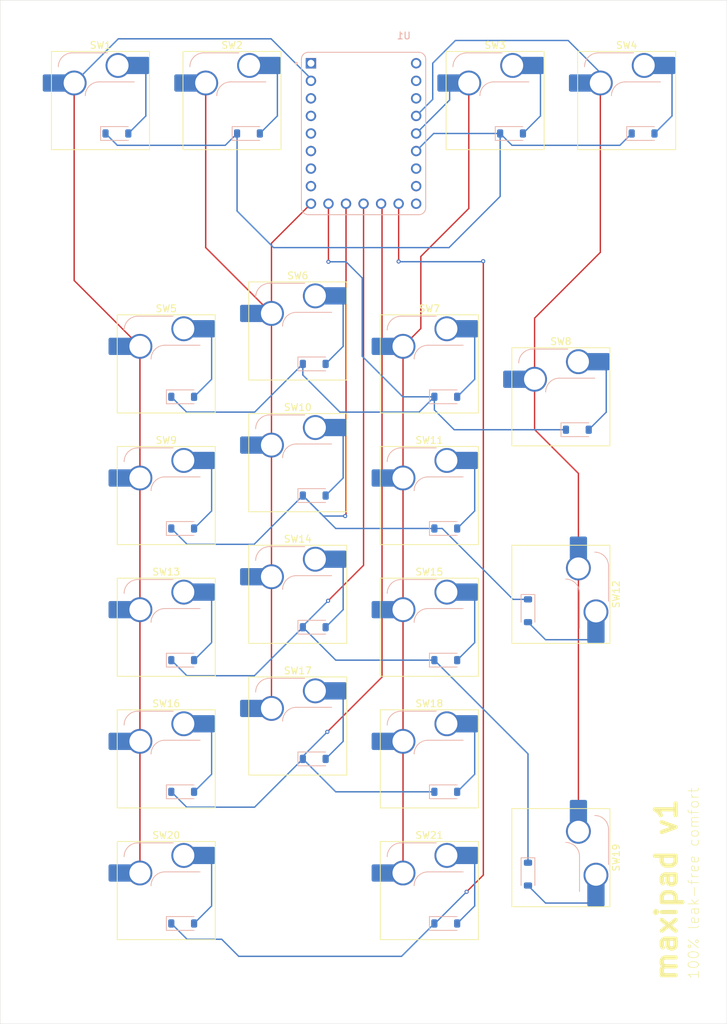
<source format=kicad_pcb>
(kicad_pcb (version 20240108) (generator "pcbnew") (generator_version "8.0")
  (layers (0 "F.Cu" signal) (31 "B.Cu" signal) (34 "B.Paste" user) (35 "F.Paste" user) (36 "B.SilkS" user "B.Silkscreen") (37 "F.SilkS" user "F.Silkscreen") (38 "B.Mask" user) (39 "F.Mask" user) (44 "Edge.Cuts" user))
  (net 0 "")
  (net 1 "Net-(D1-K)")
  (net 2 "Net-(D1-A)")
  (net 3 "Net-(D2-A)")
  (net 4 "Net-(D3-A)")
  (net 5 "Net-(D4-A)")
  (net 6 "Net-(D5-A)")
  (net 7 "Net-(D5-K)")
  (net 8 "Net-(D6-A)")
  (net 9 "Net-(D7-A)")
  (net 10 "Net-(D8-A)")
  (net 11 "Net-(D9-A)")
  (net 12 "Net-(D10-K)")
  (net 13 "Net-(D10-A)")
  (net 14 "Net-(D11-A)")
  (net 15 "Net-(D12-A)")
  (net 16 "Net-(D13-K)")
  (net 17 "Net-(D13-A)")
  (net 18 "Net-(D14-A)")
  (net 19 "Net-(D15-A)")
  (net 20 "Net-(D16-A)")
  (net 21 "Net-(D16-K)")
  (net 22 "Net-(D17-A)")
  (net 23 "Net-(D18-A)")
  (net 24 "Net-(D19-A)")
  (net 25 "Net-(D20-K)")
  (net 26 "Net-(D20-A)")
  (net 27 "Net-(D21-A)")
  (net 28 "Net-(U1-GP8)")
  (net 29 "Net-(U1-GP29)")
  (net 30 "Net-(U1-GP28)")
  (net 31 "Net-(U1-GP1)")
  (footprint "maxwellmods:SW_Hotswap_Kailh_MX_Plated_PlateMount_1.00u" (layer "F.Cu") (at 68.56 82.665)
    (property "Reference" "SW5" (at 0 -8 0) (layer "F.SilkS"))
    (property "Value" "SW_HS")
    (pad "" np_thru_hole circle (at 0 0) (size 4 4) (drill 4) (layers "*.Cu" "*.Mask"))
    (pad "1" smd roundrect (at -6.585 -2.54) (size 3.55 2.5) (layers "B.Cu") (roundrect_rratio 0.1) (net 31 "Net-(U1-GP1)"))
    (pad "1" thru_hole circle (at -3.81 -2.54) (size 3.6 3.6) (drill 3.05) (layers "*.Cu" "*.Mask") (net 31 "Net-(U1-GP1)"))
    (pad "2" thru_hole circle (at 2.54 -5.08) (size 3.6 3.6) (drill 3.05) (layers "*.Cu" "*.Mask") (net 6 "Net-(D5-A)"))
    (pad "2" smd roundrect (at 5.32 -5.08) (size 3.55 2.5) (layers "B.Cu") (roundrect_rratio 0.1) (net 6 "Net-(D5-A)"))
  )
  (footprint "maxwellmods:SW_Hotswap_Kailh_MX_Plated_PlateMount_1.00u" (layer "F.Cu") (at 87.61 96.9525)
    (property "Reference" "SW10" (at 0 -8 0) (layer "F.SilkS"))
    (property "Value" "SW_HS")
    (pad "" np_thru_hole circle (at 0 0) (size 4 4) (drill 4) (layers "*.Cu" "*.Mask"))
    (pad "1" smd roundrect (at -6.585 -2.54) (size 3.55 2.5) (layers "B.Cu") (roundrect_rratio 0.1) (net 28 "Net-(U1-GP8)"))
    (pad "1" thru_hole circle (at -3.81 -2.54) (size 3.6 3.6) (drill 3.05) (layers "*.Cu" "*.Mask") (net 28 "Net-(U1-GP8)"))
    (pad "2" thru_hole circle (at 2.54 -5.08) (size 3.6 3.6) (drill 3.05) (layers "*.Cu" "*.Mask") (net 13 "Net-(D10-A)"))
    (pad "2" smd roundrect (at 5.32 -5.08) (size 3.55 2.5) (layers "B.Cu") (roundrect_rratio 0.1) (net 13 "Net-(D10-A)"))
  )
  (footprint "maxwellmods:SW_Hotswap_Kailh_MX_Plated_PlateMount_1.00u" (layer "F.Cu") (at 106.66 158.865)
    (property "Reference" "SW21" (at 0 -8 0) (layer "F.SilkS"))
    (property "Value" "SW_HS")
    (pad "" np_thru_hole circle (at 0 0) (size 4 4) (drill 4) (layers "*.Cu" "*.Mask"))
    (pad "1" smd roundrect (at -6.585 -2.54) (size 3.55 2.5) (layers "B.Cu") (roundrect_rratio 0.1) (net 30 "Net-(U1-GP28)"))
    (pad "1" thru_hole circle (at -3.81 -2.54) (size 3.6 3.6) (drill 3.05) (layers "*.Cu" "*.Mask") (net 30 "Net-(U1-GP28)"))
    (pad "2" thru_hole circle (at 2.54 -5.08) (size 3.6 3.6) (drill 3.05) (layers "*.Cu" "*.Mask") (net 27 "Net-(D21-A)"))
    (pad "2" smd roundrect (at 5.32 -5.08) (size 3.55 2.5) (layers "B.Cu") (roundrect_rratio 0.1) (net 27 "Net-(D21-A)"))
  )
  (footprint "maxwellmods:SW_Hotswap_Kailh_MX_Plated_PlateMount_1.00u" (layer "F.Cu") (at 106.66 120.765)
    (property "Reference" "SW15" (at 0 -8 0) (layer "F.SilkS"))
    (property "Value" "SW_HS")
    (pad "" np_thru_hole circle (at 0 0) (size 4 4) (drill 4) (layers "*.Cu" "*.Mask"))
    (pad "1" smd roundrect (at -6.585 -2.54) (size 3.55 2.5) (layers "B.Cu") (roundrect_rratio 0.1) (net 30 "Net-(U1-GP28)"))
    (pad "1" thru_hole circle (at -3.81 -2.54) (size 3.6 3.6) (drill 3.05) (layers "*.Cu" "*.Mask") (net 30 "Net-(U1-GP28)"))
    (pad "2" thru_hole circle (at 2.54 -5.08) (size 3.6 3.6) (drill 3.05) (layers "*.Cu" "*.Mask") (net 19 "Net-(D15-A)"))
    (pad "2" smd roundrect (at 5.32 -5.08) (size 3.55 2.5) (layers "B.Cu") (roundrect_rratio 0.1) (net 19 "Net-(D15-A)"))
  )
  (footprint "maxwellmods:SW_Hotswap_Kailh_MX_Plated_PlateMount_2.00u" (layer "F.Cu") (at 125.71 116.0025 -90)
    (property "Reference" "SW12" (at 0 -8 90) (layer "F.SilkS"))
    (property "Value" "SW_HS")
    (pad "" np_thru_hole circle (at 0 0 270) (size 4 4) (drill 4) (layers "*.Cu" "*.Mask"))
    (pad "1" smd roundrect (at -6.585 -2.54 270) (size 3.55 2.5) (layers "B.Cu") (roundrect_rratio 0.1) (net 29 "Net-(U1-GP29)"))
    (pad "1" thru_hole circle (at -3.81 -2.54 270) (size 3.6 3.6) (drill 3.05) (layers "*.Cu" "*.Mask") (net 29 "Net-(U1-GP29)"))
    (pad "2" thru_hole circle (at 2.54 -5.08 270) (size 3.6 3.6) (drill 3.05) (layers "*.Cu" "*.Mask") (net 15 "Net-(D12-A)"))
    (pad "2" smd roundrect (at 5.32 -5.08 270) (size 3.55 2.5) (layers "B.Cu") (roundrect_rratio 0.1) (net 15 "Net-(D12-A)"))
  )
  (footprint "maxwellmods:SW_Hotswap_Kailh_MX_Plated_PlateMount_1.00u" (layer "F.Cu") (at 87.61 116.0025)
    (property "Reference" "SW14" (at 0 -8 0) (layer "F.SilkS"))
    (property "Value" "SW_HS")
    (pad "" np_thru_hole circle (at 0 0) (size 4 4) (drill 4) (layers "*.Cu" "*.Mask"))
    (pad "1" smd roundrect (at -6.585 -2.54) (size 3.55 2.5) (layers "B.Cu") (roundrect_rratio 0.1) (net 28 "Net-(U1-GP8)"))
    (pad "1" thru_hole circle (at -3.81 -2.54) (size 3.6 3.6) (drill 3.05) (layers "*.Cu" "*.Mask") (net 28 "Net-(U1-GP8)"))
    (pad "2" thru_hole circle (at 2.54 -5.08) (size 3.6 3.6) (drill 3.05) (layers "*.Cu" "*.Mask") (net 18 "Net-(D14-A)"))
    (pad "2" smd roundrect (at 5.32 -5.08) (size 3.55 2.5) (layers "B.Cu") (roundrect_rratio 0.1) (net 18 "Net-(D14-A)"))
  )
  (footprint "maxwellmods:SW_Hotswap_Kailh_MX_Plated_PlateMount_1.00u" (layer "F.Cu") (at 87.61 77.9025)
    (property "Reference" "SW6" (at 0 -8 0) (layer "F.SilkS"))
    (property "Value" "SW_HS")
    (pad "" np_thru_hole circle (at 0 0) (size 4 4) (drill 4) (layers "*.Cu" "*.Mask"))
    (pad "1" smd roundrect (at -6.585 -2.54) (size 3.55 2.5) (layers "B.Cu") (roundrect_rratio 0.1) (net 28 "Net-(U1-GP8)"))
    (pad "1" thru_hole circle (at -3.81 -2.54) (size 3.6 3.6) (drill 3.05) (layers "*.Cu" "*.Mask") (net 28 "Net-(U1-GP8)"))
    (pad "2" thru_hole circle (at 2.54 -5.08) (size 3.6 3.6) (drill 3.05) (layers "*.Cu" "*.Mask") (net 8 "Net-(D6-A)"))
    (pad "2" smd roundrect (at 5.32 -5.08) (size 3.55 2.5) (layers "B.Cu") (roundrect_rratio 0.1) (net 8 "Net-(D6-A)"))
  )
  (footprint "maxwellmods:SW_Hotswap_Kailh_MX_Plated_PlateMount_1.00u" (layer "F.Cu") (at 125.71 87.4275)
    (property "Reference" "SW8" (at 0 -8 0) (layer "F.SilkS"))
    (property "Value" "SW_HS")
    (pad "" np_thru_hole circle (at 0 0) (size 4 4) (drill 4) (layers "*.Cu" "*.Mask"))
    (pad "1" smd roundrect (at -6.585 -2.54) (size 3.55 2.5) (layers "B.Cu") (roundrect_rratio 0.1) (net 29 "Net-(U1-GP29)"))
    (pad "1" thru_hole circle (at -3.81 -2.54) (size 3.6 3.6) (drill 3.05) (layers "*.Cu" "*.Mask") (net 29 "Net-(U1-GP29)"))
    (pad "2" thru_hole circle (at 2.54 -5.08) (size 3.6 3.6) (drill 3.05) (layers "*.Cu" "*.Mask") (net 10 "Net-(D8-A)"))
    (pad "2" smd roundrect (at 5.32 -5.08) (size 3.55 2.5) (layers "B.Cu") (roundrect_rratio 0.1) (net 10 "Net-(D8-A)"))
  )
  (footprint "PCM_Mounting_Keyboard_Stabilizer:Stabilizer_Cherry_MX_2.00u" (layer "F.Cu") (at 68.56 158.865 180)
    (property "Reference" "2uStab" (hide yes))
    (property "Value" "Stabilizer_Cherry_MX_2.00u")
    (pad "" np_thru_hole circle (at -11.938 -6.985 180) (size 3.048 3.048) (drill 3.048) (layers "*.Cu" "*.Mask"))
    (pad "" np_thru_hole circle (at -11.938 8.225 180) (size 3.9878 3.9878) (drill 3.9878) (layers "*.Cu" "*.Mask"))
    (pad "" np_thru_hole circle (at 11.938 -6.985 180) (size 3.048 3.048) (drill 3.048) (layers "*.Cu" "*.Mask"))
    (pad "" np_thru_hole circle (at 11.938 8.225 180) (size 3.9878 3.9878) (drill 3.9878) (layers "*.Cu" "*.Mask"))
  )
  (footprint "maxwellmods:SW_Hotswap_Kailh_MX_Plated_PlateMount_1.00u" (layer "F.Cu") (at 106.66 139.815)
    (property "Reference" "SW18" (at 0 -8 0) (layer "F.SilkS"))
    (property "Value" "SW_HS")
    (pad "" np_thru_hole circle (at 0 0) (size 4 4) (drill 4) (layers "*.Cu" "*.Mask"))
    (pad "1" smd roundrect (at -6.585 -2.54) (size 3.55 2.5) (layers "B.Cu") (roundrect_rratio 0.1) (net 30 "Net-(U1-GP28)"))
    (pad "1" thru_hole circle (at -3.81 -2.54) (size 3.6 3.6) (drill 3.05) (layers "*.Cu" "*.Mask") (net 30 "Net-(U1-GP28)"))
    (pad "2" thru_hole circle (at 2.54 -5.08) (size 3.6 3.6) (drill 3.05) (layers "*.Cu" "*.Mask") (net 23 "Net-(D18-A)"))
    (pad "2" smd roundrect (at 5.32 -5.08) (size 3.55 2.5) (layers "B.Cu") (roundrect_rratio 0.1) (net 23 "Net-(D18-A)"))
  )
  (footprint "maxwellmods:SW_Hotswap_Kailh_MX_Plated_PlateMount_2.00u" (layer "F.Cu") (at 68.56 158.865)
    (property "Reference" "SW20" (at 0 -8 180) (layer "F.SilkS"))
    (property "Value" "SW_HS")
    (pad "" np_thru_hole circle (at 0 0) (size 4 4) (drill 4) (layers "*.Cu" "*.Mask"))
    (pad "1" smd roundrect (at -6.585 -2.54) (size 3.55 2.5) (layers "B.Cu") (roundrect_rratio 0.1) (net 31 "Net-(U1-GP1)"))
    (pad "1" thru_hole circle (at -3.81 -2.54) (size 3.6 3.6) (drill 3.05) (layers "*.Cu" "*.Mask") (net 31 "Net-(U1-GP1)"))
    (pad "2" thru_hole circle (at 2.54 -5.08) (size 3.6 3.6) (drill 3.05) (layers "*.Cu" "*.Mask") (net 26 "Net-(D20-A)"))
    (pad "2" smd roundrect (at 5.32 -5.08) (size 3.55 2.5) (layers "B.Cu") (roundrect_rratio 0.1) (net 26 "Net-(D20-A)"))
  )
  (footprint "maxwellmods:SW_Hotswap_Kailh_MX_Plated_PlateMount_1.00u" (layer "F.Cu") (at 106.66 101.715)
    (property "Reference" "SW11" (at 0 -8 0) (layer "F.SilkS"))
    (property "Value" "SW_HS")
    (pad "" np_thru_hole circle (at 0 0) (size 4 4) (drill 4) (layers "*.Cu" "*.Mask"))
    (pad "1" smd roundrect (at -6.585 -2.54) (size 3.55 2.5) (layers "B.Cu") (roundrect_rratio 0.1) (net 30 "Net-(U1-GP28)"))
    (pad "1" thru_hole circle (at -3.81 -2.54) (size 3.6 3.6) (drill 3.05) (layers "*.Cu" "*.Mask") (net 30 "Net-(U1-GP28)"))
    (pad "2" thru_hole circle (at 2.54 -5.08) (size 3.6 3.6) (drill 3.05) (layers "*.Cu" "*.Mask") (net 14 "Net-(D11-A)"))
    (pad "2" smd roundrect (at 5.32 -5.08) (size 3.55 2.5) (layers "B.Cu") (roundrect_rratio 0.1) (net 14 "Net-(D11-A)"))
  )
  (footprint "PCM_Mounting_Keyboard_Stabilizer:Stabilizer_Cherry_MX_2.00u" (layer "F.Cu") (at 125.71 154.1025 -90)
    (property "Reference" "2uStab" (hide yes))
    (property "Value" "Stabilizer_Cherry_MX_2.00u")
    (pad "" np_thru_hole circle (at -11.938 -6.985 270) (size 3.048 3.048) (drill 3.048) (layers "*.Cu" "*.Mask"))
    (pad "" np_thru_hole circle (at -11.938 8.225 270) (size 3.9878 3.9878) (drill 3.9878) (layers "*.Cu" "*.Mask"))
    (pad "" np_thru_hole circle (at 11.938 -6.985 270) (size 3.048 3.048) (drill 3.048) (layers "*.Cu" "*.Mask"))
    (pad "" np_thru_hole circle (at 11.938 8.225 270) (size 3.9878 3.9878) (drill 3.9878) (layers "*.Cu" "*.Mask"))
  )
  (footprint "maxwellmods:SW_Hotswap_Kailh_MX_Plated_PlateMount_1.00u" (layer "F.Cu") (at 68.56 120.765)
    (property "Reference" "SW13" (at 0 -8 0) (layer "F.SilkS"))
    (property "Value" "SW_HS")
    (pad "" np_thru_hole circle (at 0 0) (size 4 4) (drill 4) (layers "*.Cu" "*.Mask"))
    (pad "1" smd roundrect (at -6.585 -2.54) (size 3.55 2.5) (layers "B.Cu") (roundrect_rratio 0.1) (net 31 "Net-(U1-GP1)"))
    (pad "1" thru_hole circle (at -3.81 -2.54) (size 3.6 3.6) (drill 3.05) (layers "*.Cu" "*.Mask") (net 31 "Net-(U1-GP1)"))
    (pad "2" thru_hole circle (at 2.54 -5.08) (size 3.6 3.6) (drill 3.05) (layers "*.Cu" "*.Mask") (net 17 "Net-(D13-A)"))
    (pad "2" smd roundrect (at 5.32 -5.08) (size 3.55 2.5) (layers "B.Cu") (roundrect_rratio 0.1) (net 17 "Net-(D13-A)"))
  )
  (footprint "maxwellmods:SW_Hotswap_Kailh_MX_Plated_PlateMount_1.00u" (layer "F.Cu") (at 135.235 44.565)
    (property "Reference" "SW4" (at 0 -8 0) (layer "F.SilkS"))
    (property "Value" "SW_HS")
    (pad "" np_thru_hole circle (at 0 0) (size 4 4) (drill 4) (layers "*.Cu" "*.Mask"))
    (pad "1" smd roundrect (at -6.585 -2.54) (size 3.55 2.5) (layers "B.Cu") (roundrect_rratio 0.1) (net 29 "Net-(U1-GP29)"))
    (pad "1" thru_hole circle (at -3.81 -2.54) (size 3.6 3.6) (drill 3.05) (layers "*.Cu" "*.Mask") (net 29 "Net-(U1-GP29)"))
    (pad "2" thru_hole circle (at 2.54 -5.08) (size 3.6 3.6) (drill 3.05) (layers "*.Cu" "*.Mask") (net 5 "Net-(D4-A)"))
    (pad "2" smd roundrect (at 5.32 -5.08) (size 3.55 2.5) (layers "B.Cu") (roundrect_rratio 0.1) (net 5 "Net-(D4-A)"))
  )
  (footprint "maxwellmods:SW_Hotswap_Kailh_MX_Plated_PlateMount_1.00u" (layer "F.Cu") (at 68.56 101.715)
    (property "Reference" "SW9" (at 0 -8 0) (layer "F.SilkS"))
    (property "Value" "SW_HS")
    (pad "" np_thru_hole circle (at 0 0) (size 4 4) (drill 4) (layers "*.Cu" "*.Mask"))
    (pad "1" smd roundrect (at -6.585 -2.54) (size 3.55 2.5) (layers "B.Cu") (roundrect_rratio 0.1) (net 31 "Net-(U1-GP1)"))
    (pad "1" thru_hole circle (at -3.81 -2.54) (size 3.6 3.6) (drill 3.05) (layers "*.Cu" "*.Mask") (net 31 "Net-(U1-GP1)"))
    (pad "2" thru_hole circle (at 2.54 -5.08) (size 3.6 3.6) (drill 3.05) (layers "*.Cu" "*.Mask") (net 11 "Net-(D9-A)"))
    (pad "2" smd roundrect (at 5.32 -5.08) (size 3.55 2.5) (layers "B.Cu") (roundrect_rratio 0.1) (net 11 "Net-(D9-A)"))
  )
  (footprint "maxwellmods:SW_Hotswap_Kailh_MX_Plated_PlateMount_1.00u" (layer "F.Cu") (at 116.185 44.565)
    (property "Reference" "SW3" (at 0 -8 0) (layer "F.SilkS"))
    (property "Value" "SW_HS")
    (pad "" np_thru_hole circle (at 0 0) (size 4 4) (drill 4) (layers "*.Cu" "*.Mask"))
    (pad "1" smd roundrect (at -6.585 -2.54) (size 3.55 2.5) (layers "B.Cu") (roundrect_rratio 0.1) (net 30 "Net-(U1-GP28)"))
    (pad "1" thru_hole circle (at -3.81 -2.54) (size 3.6 3.6) (drill 3.05) (layers "*.Cu" "*.Mask") (net 30 "Net-(U1-GP28)"))
    (pad "2" thru_hole circle (at 2.54 -5.08) (size 3.6 3.6) (drill 3.05) (layers "*.Cu" "*.Mask") (net 4 "Net-(D3-A)"))
    (pad "2" smd roundrect (at 5.32 -5.08) (size 3.55 2.5) (layers "B.Cu") (roundrect_rratio 0.1) (net 4 "Net-(D3-A)"))
  )
  (footprint "PCM_Mounting_Keyboard_Stabilizer:Stabilizer_Cherry_MX_2.00u" (layer "F.Cu") (at 125.71 116.0025 -90)
    (property "Reference" "2uStab" (hide yes))
    (property "Value" "Stabilizer_Cherry_MX_2.00u")
    (pad "" np_thru_hole circle (at -11.938 -6.985 270) (size 3.048 3.048) (drill 3.048) (layers "*.Cu" "*.Mask"))
    (pad "" np_thru_hole circle (at -11.938 8.225 270) (size 3.9878 3.9878) (drill 3.9878) (layers "*.Cu" "*.Mask"))
    (pad "" np_thru_hole circle (at 11.938 -6.985 270) (size 3.048 3.048) (drill 3.048) (layers "*.Cu" "*.Mask"))
    (pad "" np_thru_hole circle (at 11.938 8.225 270) (size 3.9878 3.9878) (drill 3.9878) (layers "*.Cu" "*.Mask"))
  )
  (footprint "maxwellmods:SW_Hotswap_Kailh_MX_Plated_PlateMount_1.00u" (layer "F.Cu") (at 78.085 44.565)
    (property "Reference" "SW2" (at 0 -8 0) (layer "F.SilkS"))
    (property "Value" "SW_HS")
    (pad "" np_thru_hole circle (at 0 0) (size 4 4) (drill 4) (layers "*.Cu" "*.Mask"))
    (pad "1" smd roundrect (at -6.585 -2.54) (size 3.55 2.5) (layers "B.Cu") (roundrect_rratio 0.1) (net 28 "Net-(U1-GP8)"))
    (pad "1" thru_hole circle (at -3.81 -2.54) (size 3.6 3.6) (drill 3.05) (layers "*.Cu" "*.Mask") (net 28 "Net-(U1-GP8)"))
    (pad "2" thru_hole circle (at 2.54 -5.08) (size 3.6 3.6) (drill 3.05) (layers "*.Cu" "*.Mask") (net 3 "Net-(D2-A)"))
    (pad "2" smd roundrect (at 5.32 -5.08) (size 3.55 2.5) (layers "B.Cu") (roundrect_rratio 0.1) (net 3 "Net-(D2-A)"))
  )
  (footprint "maxwellmods:SW_Hotswap_Kailh_MX_Plated_PlateMount_1.00u" (layer "F.Cu") (at 106.66 82.665)
    (property "Reference" "SW7" (at 0 -8 0) (layer "F.SilkS"))
    (property "Value" "SW_HS")
    (pad "" np_thru_hole circle (at 0 0) (size 4 4) (drill 4) (layers "*.Cu" "*.Mask"))
    (pad "1" smd roundrect (at -6.585 -2.54) (size 3.55 2.5) (layers "B.Cu") (roundrect_rratio 0.1) (net 30 "Net-(U1-GP28)"))
    (pad "1" thru_hole circle (at -3.81 -2.54) (size 3.6 3.6) (drill 3.05) (layers "*.Cu" "*.Mask") (net 30 "Net-(U1-GP28)"))
    (pad "2" thru_hole circle (at 2.54 -5.08) (size 3.6 3.6) (drill 3.05) (layers "*.Cu" "*.Mask") (net 9 "Net-(D7-A)"))
    (pad "2" smd roundrect (at 5.32 -5.08) (size 3.55 2.5) (layers "B.Cu") (roundrect_rratio 0.1) (net 9 "Net-(D7-A)"))
  )
  (footprint "maxwellmods:SW_Hotswap_Kailh_MX_Plated_PlateMount_2.00u" (layer "F.Cu") (at 125.71 154.1025 -90)
    (property "Reference" "SW19" (at 0 -8 90) (layer "F.SilkS"))
    (property "Value" "SW_HS")
    (pad "" np_thru_hole circle (at 0 0 270) (size 4 4) (drill 4) (layers "*.Cu" "*.Mask"))
    (pad "1" smd roundrect (at -6.585 -2.54 270) (size 3.55 2.5) (layers "B.Cu") (roundrect_rratio 0.1) (net 29 "Net-(U1-GP29)"))
    (pad "1" thru_hole circle (at -3.81 -2.54 270) (size 3.6 3.6) (drill 3.05) (layers "*.Cu" "*.Mask") (net 29 "Net-(U1-GP29)"))
    (pad "2" thru_hole circle (at 2.54 -5.08 270) (size 3.6 3.6) (drill 3.05) (layers "*.Cu" "*.Mask") (net 24 "Net-(D19-A)"))
    (pad "2" smd roundrect (at 5.32 -5.08 270) (size 3.55 2.5) (layers "B.Cu") (roundrect_rratio 0.1) (net 24 "Net-(D19-A)"))
  )
  (footprint "maxwellmods:SW_Hotswap_Kailh_MX_Plated_PlateMount_1.00u" (layer "F.Cu") (at 59.035 44.565)
    (property "Reference" "SW1" (at 0 -8 0) (layer "F.SilkS"))
    (property "Value" "SW_HS")
    (pad "" np_thru_hole circle (at 0 0) (size 4 4) (drill 4) (layers "*.Cu" "*.Mask"))
    (pad "1" smd roundrect (at -6.585 -2.54) (size 3.55 2.5) (layers "B.Cu") (roundrect_rratio 0.1) (net 31 "Net-(U1-GP1)"))
    (pad "1" thru_hole circle (at -3.81 -2.54) (size 3.6 3.6) (drill 3.05) (layers "*.Cu" "*.Mask") (net 31 "Net-(U1-GP1)"))
    (pad "2" thru_hole circle (at 2.54 -5.08) (size 3.6 3.6) (drill 3.05) (layers "*.Cu" "*.Mask") (net 2 "Net-(D1-A)"))
    (pad "2" smd roundrect (at 5.32 -5.08) (size 3.55 2.5) (layers "B.Cu") (roundrect_rratio 0.1) (net 2 "Net-(D1-A)"))
  )
  (footprint "maxwellmods:SW_Hotswap_Kailh_MX_Plated_PlateMount_1.00u" (layer "F.Cu") (at 87.61 135.0525)
    (property "Reference" "SW17" (at 0 -8 0) (layer "F.SilkS"))
    (property "Value" "SW_HS")
    (pad "" np_thru_hole circle (at 0 0) (size 4 4) (drill 4) (layers "*.Cu" "*.Mask"))
    (pad "1" smd roundrect (at -6.585 -2.54) (size 3.55 2.5) (layers "B.Cu") (roundrect_rratio 0.1) (net 28 "Net-(U1-GP8)"))
    (pad "1" thru_hole circle (at -3.81 -2.54) (size 3.6 3.6) (drill 3.05) (layers "*.Cu" "*.Mask") (net 28 "Net-(U1-GP8)"))
    (pad "2" thru_hole circle (at 2.54 -5.08) (size 3.6 3.6) (drill 3.05) (layers "*.Cu" "*.Mask") (net 22 "Net-(D17-A)"))
    (pad "2" smd roundrect (at 5.32 -5.08) (size 3.55 2.5) (layers "B.Cu") (roundrect_rratio 0.1) (net 22 "Net-(D17-A)"))
  )
  (footprint "maxwellmods:SW_Hotswap_Kailh_MX_Plated_PlateMount_1.00u" (layer "F.Cu") (at 68.56 139.815)
    (property "Reference" "SW16" (at 0 -8 0) (layer "F.SilkS"))
    (property "Value" "SW_HS")
    (pad "" np_thru_hole circle (at 0 0) (size 4 4) (drill 4) (layers "*.Cu" "*.Mask"))
    (pad "1" smd roundrect (at -6.585 -2.54) (size 3.55 2.5) (layers "B.Cu") (roundrect_rratio 0.1) (net 31 "Net-(U1-GP1)"))
    (pad "1" thru_hole circle (at -3.81 -2.54) (size 3.6 3.6) (drill 3.05) (layers "*.Cu" "*.Mask") (net 31 "Net-(U1-GP1)"))
    (pad "2" thru_hole circle (at 2.54 -5.08) (size 3.6 3.6) (drill 3.05) (layers "*.Cu" "*.Mask") (net 20 "Net-(D16-A)"))
    (pad "2" smd roundrect (at 5.32 -5.08) (size 3.55 2.5) (layers "B.Cu") (roundrect_rratio 0.1) (net 20 "Net-(D16-A)"))
  )
  (footprint "Diode_SMD:D_SOD-123" (layer "B.Cu") (at 70.94125 87.4275)
    (property "Reference" "D5" (hide yes))
    (property "Value" "D")
    (pad "1" smd roundrect (at -1.65 0) (size 0.9 1.2) (layers "B.Cu" "B.Paste" "B.Mask") (net 7 "Net-(D5-K)"))
    (pad "2" smd roundrect (at 1.65 0) (size 0.9 1.2) (layers "B.Cu" "B.Paste" "B.Mask") (net 6 "Net-(D5-A)"))
  )
  (footprint "Diode_SMD:D_SOD-123" (layer "B.Cu") (at 120.9475 118.38375 -90)
    (property "Reference" "D12" (hide yes))
    (property "Value" "D")
    (pad "1" smd roundrect (at -1.65 0 270) (size 0.9 1.2) (layers "B.Cu" "B.Paste" "B.Mask") (net 12 "Net-(D10-K)"))
    (pad "2" smd roundrect (at 1.65 0 270) (size 0.9 1.2) (layers "B.Cu" "B.Paste" "B.Mask") (net 15 "Net-(D12-A)"))
  )
  (footprint "Diode_SMD:D_SOD-123" (layer "B.Cu") (at 89.99125 120.765)
    (property "Reference" "D14" (hide yes))
    (property "Value" "D")
    (pad "1" smd roundrect (at -1.65 0) (size 0.9 1.2) (layers "B.Cu" "B.Paste" "B.Mask") (net 16 "Net-(D13-K)"))
    (pad "2" smd roundrect (at 1.65 0) (size 0.9 1.2) (layers "B.Cu" "B.Paste" "B.Mask") (net 18 "Net-(D14-A)"))
  )
  (footprint "Diode_SMD:D_SOD-123" (layer "B.Cu") (at 137.61625 49.3275)
    (property "Reference" "D4" (hide yes))
    (property "Value" "D")
    (pad "1" smd roundrect (at -1.65 0) (size 0.9 1.2) (layers "B.Cu" "B.Paste" "B.Mask") (net 1 "Net-(D1-K)"))
    (pad "2" smd roundrect (at 1.65 0) (size 0.9 1.2) (layers "B.Cu" "B.Paste" "B.Mask") (net 5 "Net-(D4-A)"))
  )
  (footprint "Diode_SMD:D_SOD-123" (layer "B.Cu") (at 120.9475 156.48375 -90)
    (property "Reference" "D19" (hide yes))
    (property "Value" "D")
    (pad "1" smd roundrect (at -1.65 0 270) (size 0.9 1.2) (layers "B.Cu" "B.Paste" "B.Mask") (net 16 "Net-(D13-K)"))
    (pad "2" smd roundrect (at 1.65 0 270) (size 0.9 1.2) (layers "B.Cu" "B.Paste" "B.Mask") (net 24 "Net-(D19-A)"))
  )
  (footprint "Diode_SMD:D_SOD-123" (layer "B.Cu") (at 70.94125 125.5275)
    (property "Reference" "D13" (hide yes))
    (property "Value" "D")
    (pad "1" smd roundrect (at -1.65 0) (size 0.9 1.2) (layers "B.Cu" "B.Paste" "B.Mask") (net 16 "Net-(D13-K)"))
    (pad "2" smd roundrect (at 1.65 0) (size 0.9 1.2) (layers "B.Cu" "B.Paste" "B.Mask") (net 17 "Net-(D13-A)"))
  )
  (footprint "Diode_SMD:D_SOD-123" (layer "B.Cu") (at 109.04125 106.4775)
    (property "Reference" "D11" (hide yes))
    (property "Value" "D")
    (pad "1" smd roundrect (at -1.65 0) (size 0.9 1.2) (layers "B.Cu" "B.Paste" "B.Mask") (net 12 "Net-(D10-K)"))
    (pad "2" smd roundrect (at 1.65 0) (size 0.9 1.2) (layers "B.Cu" "B.Paste" "B.Mask") (net 14 "Net-(D11-A)"))
  )
  (footprint "Diode_SMD:D_SOD-123" (layer "B.Cu") (at 128.09125 92.19)
    (property "Reference" "D8" (hide yes))
    (property "Value" "D")
    (pad "1" smd roundrect (at -1.65 0) (size 0.9 1.2) (layers "B.Cu" "B.Paste" "B.Mask") (net 7 "Net-(D5-K)"))
    (pad "2" smd roundrect (at 1.65 0) (size 0.9 1.2) (layers "B.Cu" "B.Paste" "B.Mask") (net 10 "Net-(D8-A)"))
  )
  (footprint "Diode_SMD:D_SOD-123" (layer "B.Cu") (at 70.94125 163.6275)
    (property "Reference" "D20" (hide yes))
    (property "Value" "D")
    (pad "1" smd roundrect (at -1.65 0) (size 0.9 1.2) (layers "B.Cu" "B.Paste" "B.Mask") (net 25 "Net-(D20-K)"))
    (pad "2" smd roundrect (at 1.65 0) (size 0.9 1.2) (layers "B.Cu" "B.Paste" "B.Mask") (net 26 "Net-(D20-A)"))
  )
  (footprint "RP2040-ZERO:MODULE_RP2040-ZERO" (layer "B.Cu") (at 97.135 49.3275 180)
    (property "Reference" "U1" (at -5.825 14.135 0) (layer "B.SilkS") (effects (justify mirror)))
    (property "Value" "RP2040-ZERO")
    (pad "1" thru_hole rect (at 7.62 10.16 180) (size 1.508 1.508) (drill 1) (layers "*.Cu" "*.Mask"))
    (pad "2" thru_hole circle (at 7.62 7.62 180) (size 1.508 1.508) (drill 1) (layers "*.Cu" "*.Mask") (net 31 "Net-(U1-GP1)"))
    (pad "3" thru_hole circle (at 7.62 5.08 180) (size 1.508 1.508) (drill 1) (layers "*.Cu" "*.Mask"))
    (pad "4" thru_hole circle (at 7.62 2.54 180) (size 1.508 1.508) (drill 1) (layers "*.Cu" "*.Mask"))
    (pad "5" thru_hole circle (at 7.62 0 180) (size 1.508 1.508) (drill 1) (layers "*.Cu" "*.Mask"))
    (pad "6" thru_hole circle (at 7.62 -2.54 180) (size 1.508 1.508) (drill 1) (layers "*.Cu" "*.Mask"))
    (pad "7" thru_hole circle (at 7.62 -5.08 180) (size 1.508 1.508) (drill 1) (layers "*.Cu" "*.Mask"))
    (pad "8" thru_hole circle (at 7.62 -7.62 180) (size 1.508 1.508) (drill 1) (layers "*.Cu" "*.Mask"))
    (pad "9" thru_hole circle (at 7.62 -10.16 180) (size 1.508 1.508) (drill 1) (layers "*.Cu" "*.Mask") (net 28 "Net-(U1-GP8)"))
    (pad "10" thru_hole circle (at 5.08 -10.16 180) (size 1.508 1.508) (drill 1) (layers "*.Cu" "*.Mask") (net 7 "Net-(D5-K)"))
    (pad "11" thru_hole circle (at 2.54 -10.16 180) (size 1.508 1.508) (drill 1) (layers "*.Cu" "*.Mask") (net 12 "Net-(D10-K)"))
    (pad "12" thru_hole circle (at 0 -10.16 180) (size 1.508 1.508) (drill 1) (layers "*.Cu" "*.Mask") (net 16 "Net-(D13-K)"))
    (pad "13" thru_hole circle (at -2.54 -10.16 180) (size 1.508 1.508) (drill 1) (layers "*.Cu" "*.Mask") (net 21 "Net-(D16-K)"))
    (pad "14" thru_hole circle (at -5.08 -10.16 180) (size 1.508 1.508) (drill 1) (layers "*.Cu" "*.Mask") (net 25 "Net-(D20-K)"))
    (pad "15" thru_hole circle (at -7.62 -10.16 180) (size 1.508 1.508) (drill 1) (layers "*.Cu" "*.Mask"))
    (pad "16" thru_hole circle (at -7.62 -7.62 180) (size 1.508 1.508) (drill 1) (layers "*.Cu" "*.Mask"))
    (pad "17" thru_hole circle (at -7.62 -5.08 180) (size 1.508 1.508) (drill 1) (layers "*.Cu" "*.Mask"))
    (pad "18" thru_hole circle (at -7.62 -2.54 180) (size 1.508 1.508) (drill 1) (layers "*.Cu" "*.Mask") (net 1 "Net-(D1-K)"))
    (pad "19" thru_hole circle (at -7.62 0 180) (size 1.508 1.508) (drill 1) (layers "*.Cu" "*.Mask") (net 30 "Net-(U1-GP28)"))
    (pad "20" thru_hole circle (at -7.62 2.54 180) (size 1.508 1.508) (drill 1) (layers "*.Cu" "*.Mask") (net 29 "Net-(U1-GP29)"))
    (pad "21" thru_hole circle (at -7.62 5.08 180) (size 1.508 1.508) (drill 1) (layers "*.Cu" "*.Mask"))
    (pad "22" thru_hole circle (at -7.62 7.62 180) (size 1.508 1.508) (drill 1) (layers "*.Cu" "*.Mask"))
    (pad "23" thru_hole circle (at -7.62 10.16 180) (size 1.508 1.508) (drill 1) (layers "*.Cu" "*.Mask"))
  )
  (footprint "Diode_SMD:D_SOD-123" (layer "B.Cu") (at 109.04125 144.5775)
    (property "Reference" "D18" (hide yes))
    (property "Value" "D")
    (pad "1" smd roundrect (at -1.65 0) (size 0.9 1.2) (layers "B.Cu" "B.Paste" "B.Mask") (net 21 "Net-(D16-K)"))
    (pad "2" smd roundrect (at 1.65 0) (size 0.9 1.2) (layers "B.Cu" "B.Paste" "B.Mask") (net 23 "Net-(D18-A)"))
  )
  (footprint "Diode_SMD:D_SOD-123" (layer "B.Cu") (at 70.94125 106.4775)
    (property "Reference" "D9" (hide yes))
    (property "Value" "D")
    (pad "1" smd roundrect (at -1.65 0) (size 0.9 1.2) (layers "B.Cu" "B.Paste" "B.Mask") (net 12 "Net-(D10-K)"))
    (pad "2" smd roundrect (at 1.65 0) (size 0.9 1.2) (layers "B.Cu" "B.Paste" "B.Mask") (net 11 "Net-(D9-A)"))
  )
  (footprint "Diode_SMD:D_SOD-123" (layer "B.Cu") (at 109.04125 163.6275)
    (property "Reference" "D21" (hide yes))
    (property "Value" "D")
    (pad "1" smd roundrect (at -1.65 0) (size 0.9 1.2) (layers "B.Cu" "B.Paste" "B.Mask") (net 25 "Net-(D20-K)"))
    (pad "2" smd roundrect (at 1.65 0) (size 0.9 1.2) (layers "B.Cu" "B.Paste" "B.Mask") (net 27 "Net-(D21-A)"))
  )
  (footprint "Diode_SMD:D_SOD-123" (layer "B.Cu") (at 109.04125 87.4275)
    (property "Reference" "D7" (hide yes))
    (property "Value" "D")
    (pad "1" smd roundrect (at -1.65 0) (size 0.9 1.2) (layers "B.Cu" "B.Paste" "B.Mask") (net 7 "Net-(D5-K)"))
    (pad "2" smd roundrect (at 1.65 0) (size 0.9 1.2) (layers "B.Cu" "B.Paste" "B.Mask") (net 9 "Net-(D7-A)"))
  )
  (footprint "Diode_SMD:D_SOD-123" (layer "B.Cu") (at 80.46625 49.3275)
    (property "Reference" "D2" (hide yes))
    (property "Value" "D")
    (pad "1" smd roundrect (at -1.65 0) (size 0.9 1.2) (layers "B.Cu" "B.Paste" "B.Mask") (net 1 "Net-(D1-K)"))
    (pad "2" smd roundrect (at 1.65 0) (size 0.9 1.2) (layers "B.Cu" "B.Paste" "B.Mask") (net 3 "Net-(D2-A)"))
  )
  (footprint "Diode_SMD:D_SOD-123" (layer "B.Cu") (at 118.56625 49.3275)
    (property "Reference" "D3" (hide yes))
    (property "Value" "D")
    (pad "1" smd roundrect (at -1.65 0) (size 0.9 1.2) (layers "B.Cu" "B.Paste" "B.Mask") (net 1 "Net-(D1-K)"))
    (pad "2" smd roundrect (at 1.65 0) (size 0.9 1.2) (layers "B.Cu" "B.Paste" "B.Mask") (net 4 "Net-(D3-A)"))
  )
  (footprint "Diode_SMD:D_SOD-123" (layer "B.Cu") (at 61.41625 49.3275)
    (property "Reference" "D1" (hide yes))
    (property "Value" "D")
    (pad "1" smd roundrect (at -1.65 0) (size 0.9 1.2) (layers "B.Cu" "B.Paste" "B.Mask") (net 1 "Net-(D1-K)"))
    (pad "2" smd roundrect (at 1.65 0) (size 0.9 1.2) (layers "B.Cu" "B.Paste" "B.Mask") (net 2 "Net-(D1-A)"))
  )
  (footprint "Diode_SMD:D_SOD-123" (layer "B.Cu") (at 89.99125 82.665)
    (property "Reference" "D6" (hide yes))
    (property "Value" "D")
    (pad "1" smd roundrect (at -1.65 0) (size 0.9 1.2) (layers "B.Cu" "B.Paste" "B.Mask") (net 7 "Net-(D5-K)"))
    (pad "2" smd roundrect (at 1.65 0) (size 0.9 1.2) (layers "B.Cu" "B.Paste" "B.Mask") (net 8 "Net-(D6-A)"))
  )
  (footprint "Diode_SMD:D_SOD-123" (layer "B.Cu") (at 109.04125 125.5275)
    (property "Reference" "D15" (hide yes))
    (property "Value" "D")
    (pad "1" smd roundrect (at -1.65 0) (size 0.9 1.2) (layers "B.Cu" "B.Paste" "B.Mask") (net 16 "Net-(D13-K)"))
    (pad "2" smd roundrect (at 1.65 0) (size 0.9 1.2) (layers "B.Cu" "B.Paste" "B.Mask") (net 19 "Net-(D15-A)"))
  )
  (footprint "Diode_SMD:D_SOD-123" (layer "B.Cu") (at 70.94125 144.5775)
    (property "Reference" "D16" (hide yes))
    (property "Value" "D")
    (pad "1" smd roundrect (at -1.65 0) (size 0.9 1.2) (layers "B.Cu" "B.Paste" "B.Mask") (net 21 "Net-(D16-K)"))
    (pad "2" smd roundrect (at 1.65 0) (size 0.9 1.2) (layers "B.Cu" "B.Paste" "B.Mask") (net 20 "Net-(D16-A)"))
  )
  (footprint "Diode_SMD:D_SOD-123" (layer "B.Cu") (at 89.99125 139.815)
    (property "Reference" "D17" (hide yes))
    (property "Value" "D")
    (pad "1" smd roundrect (at -1.65 0) (size 0.9 1.2) (layers "B.Cu" "B.Paste" "B.Mask") (net 21 "Net-(D16-K)"))
    (pad "2" smd roundrect (at 1.65 0) (size 0.9 1.2) (layers "B.Cu" "B.Paste" "B.Mask") (net 22 "Net-(D17-A)"))
  )
  (footprint "Diode_SMD:D_SOD-123" (layer "B.Cu") (at 89.99125 101.715)
    (property "Reference" "D10" (hide yes))
    (property "Value" "D")
    (pad "1" smd roundrect (at -1.65 0) (size 0.9 1.2) (layers "B.Cu" "B.Paste" "B.Mask") (net 12 "Net-(D10-K)"))
    (pad "2" smd roundrect (at 1.65 0) (size 0.9 1.2) (layers "B.Cu" "B.Paste" "B.Mask") (net 13 "Net-(D10-A)"))
  )
  (gr_rect (start 44.51 30.04) (end 149.76 178.1525) (stroke (width 0.05)) (fill none) (layer "Edge.Cuts"))
  (gr_text "maxipad v1" (at 142.72 172.22 90) (layer "F.SilkS") (effects (font (size 3 3) (thickness 0.6) (bold yes)) (justify left bottom)))
  (gr_text "100% leak-free comfort" (at 145.82 171.78 90) (layer "F.SilkS") (effects (font (size 1.5 1.5) (thickness 0.1)) (justify left bottom)))
  (segment (start 134.25375 51.04) (end 135.96625 49.3275) (width 0.2) (layer "B.Cu") (net 1))
  (segment (start 77.10375 51.04) (end 78.81625 49.3275) (width 0.2) (layer "B.Cu") (net 1))
  (segment (start 116.91625 49.3275) (end 107.295 49.3275) (width 0.2) (layer "B.Cu") (net 1))
  (segment (start 116.91625 58.43375) (end 116.91625 49.3275) (width 0.2) (layer "B.Cu") (net 1))
  (segment (start 61.47875 51.04) (end 77.10375 51.04) (width 0.2) (layer "B.Cu") (net 1))
  (segment (start 59.76625 49.3275) (end 61.47875 51.04) (width 0.2) (layer "B.Cu") (net 1))
  (segment (start 78.81625 60.54625) (end 84.11 65.84) (width 0.2) (layer "B.Cu") (net 1))
  (segment (start 109.51 65.84) (end 116.91625 58.43375) (width 0.2) (layer "B.Cu") (net 1))
  (segment (start 107.295 49.3275) (end 104.755 51.8675) (width 0.2) (layer "B.Cu") (net 1))
  (segment (start 78.81625 49.3275) (end 78.91 49.23375) (width 0.2) (layer "B.Cu") (net 1))
  (segment (start 118.62875 51.04) (end 134.25375 51.04) (width 0.2) (layer "B.Cu") (net 1))
  (segment (start 84.11 65.84) (end 109.51 65.84) (width 0.2) (layer "B.Cu") (net 1))
  (segment (start 78.91 49.23375) (end 78.91 49.04) (width 0.2) (layer "B.Cu") (net 1))
  (segment (start 116.91625 49.3275) (end 118.62875 51.04) (width 0.2) (layer "B.Cu") (net 1))
  (segment (start 78.81625 49.3275) (end 78.81625 60.54625) (width 0.2) (layer "B.Cu") (net 1))
  (segment (start 65.605 46.78875) (end 63.06625 49.3275) (width 0.2) (layer "B.Cu") (net 2))
  (segment (start 64.355 39.485) (end 65.605 40.735) (width 0.2) (layer "B.Cu") (net 2))
  (segment (start 65.605 40.735) (end 65.605 46.78875) (width 0.2) (layer "B.Cu") (net 2))
  (segment (start 84.655 46.78875) (end 82.11625 49.3275) (width 0.2) (layer "B.Cu") (net 3))
  (segment (start 83.405 39.485) (end 84.655 40.735) (width 0.2) (layer "B.Cu") (net 3))
  (segment (start 84.655 40.735) (end 84.655 46.78875) (width 0.2) (layer "B.Cu") (net 3))
  (segment (start 121.505 39.485) (end 122.755 40.735) (width 0.2) (layer "B.Cu") (net 4))
  (segment (start 122.755 40.735) (end 122.755 46.78875) (width 0.2) (layer "B.Cu") (net 4))
  (segment (start 122.755 46.78875) (end 120.21625 49.3275) (width 0.2) (layer "B.Cu") (net 4))
  (segment (start 141.805 40.735) (end 141.805 46.78875) (width 0.2) (layer "B.Cu") (net 5))
  (segment (start 141.805 46.78875) (end 139.26625 49.3275) (width 0.2) (layer "B.Cu") (net 5))
  (segment (start 140.555 39.485) (end 141.805 40.735) (width 0.2) (layer "B.Cu") (net 5))
  (segment (start 75.13 84.88875) (end 72.59125 87.4275) (width 0.2) (layer "B.Cu") (net 6))
  (segment (start 75.13 78.835) (end 75.13 84.88875) (width 0.2) (layer "B.Cu") (net 6))
  (segment (start 73.88 77.585) (end 75.13 78.835) (width 0.2) (layer "B.Cu") (net 6))
  (segment (start 92.05 67.89) (end 92.05 59.4925) (width 0.2) (layer "F.Cu") (net 7))
  (segment (start 92.05 59.4925) (end 92.055 59.4875) (width 0.2) (layer "F.Cu") (net 7))
  (via (at 92.05 67.89) (size 0.6) (drill 0.3) (layers "F.Cu" "B.Cu") (net 7))
  (segment (start 92.05 67.89) (end 94.6 67.89) (width 0.2) (layer "B.Cu") (net 7))
  (segment (start 102.8175 87.4275) (end 107.39125 87.4275) (width 0.2) (layer "B.Cu") (net 7))
  (segment (start 107.39125 87.4275) (end 107.39125 89.32125) (width 0.2) (layer "B.Cu") (net 7))
  (segment (start 96.94 81.55) (end 102.8175 87.4275) (width 0.2) (layer "B.Cu") (net 7))
  (segment (start 81.36625 89.64) (end 88.34125 82.665) (width 0.2) (layer "B.Cu") (net 7))
  (segment (start 88.34125 84.27125) (end 93.71 89.64) (width 0.2) (layer "B.Cu") (net 7))
  (segment (start 69.29125 87.4275) (end 71.50375 89.64) (width 0.2) (layer "B.Cu") (net 7))
  (segment (start 110.26 92.19) (end 126.44125 92.19) (width 0.2) (layer "B.Cu") (net 7))
  (segment (start 88.34125 82.665) (end 88.34125 84.27125) (width 0.2) (layer "B.Cu") (net 7))
  (segment (start 94.6 67.89) (end 96.94 70.23) (width 0.2) (layer "B.Cu") (net 7))
  (segment (start 107.39125 89.32125) (end 110.26 92.19) (width 0.2) (layer "B.Cu") (net 7))
  (segment (start 105.17875 89.64) (end 107.39125 87.4275) (width 0.2) (layer "B.Cu") (net 7))
  (segment (start 71.50375 89.64) (end 81.36625 89.64) (width 0.2) (layer "B.Cu") (net 7))
  (segment (start 93.71 89.64) (end 105.17875 89.64) (width 0.2) (layer "B.Cu") (net 7))
  (segment (start 96.94 70.23) (end 96.94 81.55) (width 0.2) (layer "B.Cu") (net 7))
  (segment (start 92.93 72.8225) (end 94.18 74.0725) (width 0.2) (layer "B.Cu") (net 8))
  (segment (start 94.18 80.12625) (end 91.64125 82.665) (width 0.2) (layer "B.Cu") (net 8))
  (segment (start 94.18 74.0725) (end 94.18 80.12625) (width 0.2) (layer "B.Cu") (net 8))
  (segment (start 111.98 77.585) (end 113.23 78.835) (width 0.2) (layer "B.Cu") (net 9))
  (segment (start 113.23 78.835) (end 113.23 84.88875) (width 0.2) (layer "B.Cu") (net 9))
  (segment (start 113.23 84.88875) (end 110.69125 87.4275) (width 0.2) (layer "B.Cu") (net 9))
  (segment (start 131.03 82.3475) (end 132.28 83.5975) (width 0.2) (layer "B.Cu") (net 10))
  (segment (start 132.28 89.65125) (end 129.74125 92.19) (width 0.2) (layer "B.Cu") (net 10))
  (segment (start 132.28 83.5975) (end 132.28 89.65125) (width 0.2) (layer "B.Cu") (net 10))
  (segment (start 75.13 97.885) (end 75.13 103.93875) (width 0.2) (layer "B.Cu") (net 11))
  (segment (start 75.13 103.93875) (end 72.59125 106.4775) (width 0.2) (layer "B.Cu") (net 11))
  (segment (start 73.88 96.635) (end 75.13 97.885) (width 0.2) (layer "B.Cu") (net 11))
  (segment (start 94.595 104.555) (end 94.47 104.68) (width 0.2) (layer "F.Cu") (net 12))
  (segment (start 94.595 59.4875) (end 94.595 104.555) (width 0.2) (layer "F.Cu") (net 12))
  (via (at 94.47 104.68) (size 0.6) (drill 0.3) (layers "F.Cu" "B.Cu") (net 12))
  (segment (start 118.781936 116.73375) (end 108.525686 106.4775) (width 0.2) (layer "B.Cu") (net 12))
  (segment (start 93.10375 106.4775) (end 107.39125 106.4775) (width 0.2) (layer "B.Cu") (net 12))
  (segment (start 69.29125 106.4775) (end 71.58375 108.77) (width 0.2) (layer "B.Cu") (net 12))
  (segment (start 91.30625 104.68) (end 88.34125 101.715) (width 0.2) (layer "B.Cu") (net 12))
  (segment (start 108.525686 106.4775) (end 107.39125 106.4775) (width 0.2) (layer "B.Cu") (net 12))
  (segment (start 81.28625 108.77) (end 88.34125 101.715) (width 0.2) (layer "B.Cu") (net 12))
  (segment (start 94.47 104.68) (end 91.30625 104.68) (width 0.2) (layer "B.Cu") (net 12))
  (segment (start 88.34125 101.715) (end 93.10375 106.4775) (width 0.2) (layer "B.Cu") (net 12))
  (segment (start 71.58375 108.77) (end 81.28625 108.77) (width 0.2) (layer "B.Cu") (net 12))
  (segment (start 120.9475 116.73375) (end 118.781936 116.73375) (width 0.2) (layer "B.Cu") (net 12))
  (segment (start 94.18 99.17625) (end 91.64125 101.715) (width 0.2) (layer "B.Cu") (net 13))
  (segment (start 94.18 93.1225) (end 94.18 99.17625) (width 0.2) (layer "B.Cu") (net 13))
  (segment (start 92.93 91.8725) (end 94.18 93.1225) (width 0.2) (layer "B.Cu") (net 13))
  (segment (start 113.23 97.885) (end 113.23 103.93875) (width 0.2) (layer "B.Cu") (net 14))
  (segment (start 111.98 96.635) (end 113.23 97.885) (width 0.2) (layer "B.Cu") (net 14))
  (segment (start 113.23 103.93875) (end 110.69125 106.4775) (width 0.2) (layer "B.Cu") (net 14))
  (segment (start 123.48625 122.5725) (end 120.9475 120.03375) (width 0.2) (layer "B.Cu") (net 15))
  (segment (start 129.54 122.5725) (end 123.48625 122.5725) (width 0.2) (layer "B.Cu") (net 15))
  (segment (start 130.79 121.3225) (end 129.54 122.5725) (width 0.2) (layer "B.Cu") (net 15))
  (segment (start 97.135 111.805) (end 92 116.94) (width 0.2) (layer "F.Cu") (net 16))
  (segment (start 97.135 59.4875) (end 97.135 111.805) (width 0.2) (layer "F.Cu") (net 16))
  (via (at 92 116.94) (size 0.6) (drill 0.3) (layers "F.Cu" "B.Cu") (net 16))
  (segment (start 71.54375 127.78) (end 81.32625 127.78) (width 0.2) (layer "B.Cu") (net 16))
  (segment (start 88.34125 120.59875) (end 88.34125 120.765) (width 0.2) (layer "B.Cu") (net 16))
  (segment (start 69.29125 125.5275) (end 71.54375 127.78) (width 0.2) (layer "B.Cu") (net 16))
  (segment (start 93.10375 125.5275) (end 107.39125 125.5275) (width 0.2) (layer "B.Cu") (net 16))
  (segment (start 88.34125 120.765) (end 93.10375 125.5275) (width 0.2) (layer "B.Cu") (net 16))
  (segment (start 92 116.94) (end 88.34125 120.59875) (width 0.2) (layer "B.Cu") (net 16))
  (segment (start 120.9475 139.08375) (end 120.9475 154.83375) (width 0.2) (layer "B.Cu") (net 16))
  (segment (start 107.39125 125.5275) (end 120.9475 139.08375) (width 0.2) (layer "B.Cu") (net 16))
  (segment (start 81.32625 127.78) (end 88.34125 120.765) (width 0.2) (layer "B.Cu") (net 16))
  (segment (start 75.13 116.935) (end 75.13 122.98875) (width 0.2) (layer "B.Cu") (net 17))
  (segment (start 73.88 115.685) (end 75.13 116.935) (width 0.2) (layer "B.Cu") (net 17))
  (segment (start 75.13 122.98875) (end 72.59125 125.5275) (width 0.2) (layer "B.Cu") (net 17))
  (segment (start 92.93 110.9225) (end 94.18 112.1725) (width 0.2) (layer "B.Cu") (net 18))
  (segment (start 94.18 118.22625) (end 91.64125 120.765) (width 0.2) (layer "B.Cu") (net 18))
  (segment (start 94.18 112.1725) (end 94.18 118.22625) (width 0.2) (layer "B.Cu") (net 18))
  (segment (start 113.23 116.935) (end 113.23 122.98875) (width 0.2) (layer "B.Cu") (net 19))
  (segment (start 113.23 122.98875) (end 110.69125 125.5275) (width 0.2) (layer "B.Cu") (net 19))
  (segment (start 111.98 115.685) (end 113.23 116.935) (width 0.2) (layer "B.Cu") (net 19))
  (segment (start 75.13 135.985) (end 75.13 142.03875) (width 0.2) (layer "B.Cu") (net 20))
  (segment (start 73.88 134.735) (end 75.13 135.985) (width 0.2) (layer "B.Cu") (net 20))
  (segment (start 75.13 142.03875) (end 72.59125 144.5775) (width 0.2) (layer "B.Cu") (net 20))
  (segment (start 99.81 127.98) (end 91.89 135.9) (width 0.2) (layer "F.Cu") (net 21))
  (segment (start 99.81 127.31) (end 99.81 127.98) (width 0.2) (layer "F.Cu") (net 21))
  (segment (start 99.81 59.3525) (end 99.81 127.31) (width 0.2) (layer "F.Cu") (net 21))
  (via (at 91.89 135.9) (size 0.6) (drill 0.3) (layers "F.Cu" "B.Cu") (net 21))
  (segment (start 71.51375 146.8) (end 81.35625 146.8) (width 0.2) (layer "B.Cu") (net 21))
  (segment (start 88.34125 139.815) (end 88.34125 139.44875) (width 0.2) (layer "B.Cu") (net 21))
  (segment (start 88.34125 139.815) (end 93.10375 144.5775) (width 0.2) (layer "B.Cu") (net 21))
  (segment (start 69.29125 144.5775) (end 71.51375 146.8) (width 0.2) (layer "B.Cu") (net 21))
  (segment (start 81.35625 146.8) (end 88.34125 139.815) (width 0.2) (layer "B.Cu") (net 21))
  (segment (start 93.10375 144.5775) (end 107.39125 144.5775) (width 0.2) (layer "B.Cu") (net 21))
  (segment (start 88.34125 139.44875) (end 91.89 135.9) (width 0.2) (layer "B.Cu") (net 21))
  (segment (start 92.93 129.9725) (end 94.18 131.2225) (width 0.2) (layer "B.Cu") (net 22))
  (segment (start 94.18 131.2225) (end 94.18 137.27625) (width 0.2) (layer "B.Cu") (net 22))
  (segment (start 94.18 137.27625) (end 91.64125 139.815) (width 0.2) (layer "B.Cu") (net 22))
  (segment (start 113.23 135.985) (end 113.23 142.03875) (width 0.2) (layer "B.Cu") (net 23))
  (segment (start 113.23 142.03875) (end 110.69125 144.5775) (width 0.2) (layer "B.Cu") (net 23))
  (segment (start 111.98 134.735) (end 113.23 135.985) (width 0.2) (layer "B.Cu") (net 23))
  (segment (start 129.54 160.6725) (end 123.48625 160.6725) (width 0.2) (layer "B.Cu") (net 24))
  (segment (start 130.79 159.4225) (end 129.54 160.6725) (width 0.2) (layer "B.Cu") (net 24))
  (segment (start 123.48625 160.6725) (end 120.9475 158.13375) (width 0.2) (layer "B.Cu") (net 24))
  (segment (start 102.215 59.4875) (end 102.1125 59.4875) (width 0.2) (layer "F.Cu") (net 25))
  (segment (start 114.48 156.62) (end 112.06 159.04) (width 0.2) (layer "F.Cu") (net 25))
  (segment (start 102.215 67.845) (end 102.215 59.4875) (width 0.2) (layer "F.Cu") (net 25))
  (segment (start 114.46 67.81) (end 114.48 67.83) (width 0.2) (layer "F.Cu") (net 25))
  (segment (start 102.1125 59.4875) (end 102.1 59.5) (width 0.2) (layer "F.Cu") (net 25))
  (segment (start 114.48 67.83) (end 114.48 156.62) (width 0.2) (layer "F.Cu") (net 25))
  (via (at 102.215 67.845) (size 0.6) (drill 0.3) (layers "F.Cu" "B.Cu") (net 25))
  (via (at 114.46 67.81) (size 0.6) (drill 0.3) (layers "F.Cu" "B.Cu") (net 25))
  (via (at 112.06 159.04) (size 0.6) (drill 0.3) (layers "F.Cu" "B.Cu") (net 25))
  (segment (start 102.63875 168.38) (end 107.39125 163.6275) (width 0.2) (layer "B.Cu") (net 25))
  (segment (start 114.39 67.88) (end 102.25 67.88) (width 0.2) (layer "B.Cu") (net 25))
  (segment (start 114.46 67.81) (end 114.39 67.88) (width 0.2) (layer "B.Cu") (net 25))
  (segment (start 71.57375 165.91) (end 76.59 165.91) (width 0.2) (layer "B.Cu") (net 25))
  (segment (start 102.25 67.88) (end 102.215 67.845) (width 0.2) (layer "B.Cu") (net 25))
  (segment (start 76.59 165.91) (end 79.06 168.38) (width 0.2) (layer "B.Cu") (net 25))
  (segment (start 112.06 159.04) (end 107.4725 163.6275) (width 0.2) (layer "B.Cu") (net 25))
  (segment (start 79.06 168.38) (end 102.63875 168.38) (width 0.2) (layer "B.Cu") (net 25))
  (segment (start 69.29125 163.6275) (end 71.57375 165.91) (width 0.2) (layer "B.Cu") (net 25))
  (segment (start 107.4725 163.6275) (end 107.39125 163.6275) (width 0.2) (layer "B.Cu") (net 25))
  (segment (start 73.88 153.785) (end 75.13 155.035) (width 0.2) (layer "B.Cu") (net 26))
  (segment (start 75.13 155.035) (end 75.13 161.08875) (width 0.2) (layer "B.Cu") (net 26))
  (segment (start 75.13 161.08875) (end 72.59125 163.6275) (width 0.2) (layer "B.Cu") (net 26))
  (segment (start 113.23 155.035) (end 113.23 161.08875) (width 0.2) (layer "B.Cu") (net 27))
  (segment (start 113.23 161.08875) (end 110.69125 163.6275) (width 0.2) (layer "B.Cu") (net 27))
  (segment (start 111.98 153.785) (end 113.23 155.035) (width 0.2) (layer "B.Cu") (net 27))
  (segment (start 83.8 75.3625) (end 83.8 65.2025) (width 0.2) (layer "F.Cu") (net 28))
  (segment (start 74.275 42.025) (end 74.275 65.8375) (width 0.2) (layer "F.Cu") (net 28))
  (segment (start 83.8 113.4625) (end 83.8 132.5125) (width 0.2) (layer "F.Cu") (net 28))
  (segment (start 83.8 65.2025) (end 89.515 59.4875) (width 0.2) (layer "F.Cu") (net 28))
  (segment (start 83.8 94.4125) (end 83.8 113.4625) (width 0.2) (layer "F.Cu") (net 28))
  (segment (start 74.275 65.8375) (end 83.8 75.3625) (width 0.2) (layer "F.Cu") (net 28))
  (segment (start 83.8 75.3625) (end 83.8 94.4125) (width 0.2) (layer "F.Cu") (net 28))
  (segment (start 128.25 150.2925) (end 129.8625 150.2925) (width 0.2) (layer "F.Cu") (net 29))
  (segment (start 129.52 112.1925) (end 128.25 112.1925) (width 0.2) (layer "F.Cu") (net 29))
  (segment (start 128.25 112.1925) (end 128.25 150.2925) (width 0.2) (layer "F.Cu") (net 29))
  (segment (start 128.25 98.51) (end 128.25 112.1925) (width 0.2) (layer "F.Cu") (net 29))
  (segment (start 131.425 42.025) (end 131.425 66.525) (width 0.2) (layer "F.Cu") (net 29))
  (segment (start 121.9 84.8875) (end 121.9 92.16) (width 0.2) (layer "F.Cu") (net 29))
  (segment (start 121.9 76.05) (end 121.9 84.8875) (width 0.2) (layer "F.Cu") (net 29))
  (segment (start 131.425 66.525) (end 121.9 76.05) (width 0.2) (layer "F.Cu") (net 29))
  (segment (start 121.9 92.16) (end 128.25 98.51) (width 0.2) (layer "F.Cu") (net 29))
  (segment (start 131.425 40.535) (end 126.76 35.87) (width 0.2) (layer "B.Cu") (net 29))
  (segment (start 110.44 35.87) (end 107.15 39.16) (width 0.2) (layer "B.Cu") (net 29))
  (segment (start 104.8375 46.7875) (end 104.755 46.7875) (width 0.2) (layer "B.Cu") (net 29))
  (segment (start 131.425 42.025) (end 131.425 40.535) (width 0.2) (layer "B.Cu") (net 29))
  (segment (start 107.15 39.16) (end 107.15 44.3925) (width 0.2) (layer "B.Cu") (net 29))
  (segment (start 107.15 44.3925) (end 104.755 46.7875) (width 0.2) (layer "B.Cu") (net 29))
  (segment (start 126.76 35.87) (end 110.44 35.87) (width 0.2) (layer "B.Cu") (net 29))
  (segment (start 102.85 118.225) (end 102.85 137.275) (width 0.2) (layer "F.Cu") (net 30))
  (segment (start 112.375 42.025) (end 112.375 60.175) (width 0.2) (layer "F.Cu") (net 30))
  (segment (start 112.375 60.175) (end 105.43 67.12) (width 0.2) (layer "F.Cu") (net 30))
  (segment (start 105.43 77.545) (end 102.85 80.125) (width 0.2) (layer "F.Cu") (net 30))
  (segment (start 102.85 80.125) (end 102.85 99.175) (width 0.2) (layer "F.Cu") (net 30))
  (segment (start 102.85 137.275) (end 102.85 156.325) (width 0.2) (layer "F.Cu") (net 30))
  (segment (start 105.43 67.12) (end 105.43 77.545) (width 0.2) (layer "F.Cu") (net 30))
  (segment (start 102.85 99.175) (end 102.85 118.225) (width 0.2) (layer "F.Cu") (net 30))
  (segment (start 109.6 42.025) (end 109.6 44.4825) (width 0.2) (layer "B.Cu") (net 30))
  (segment (start 109.6 44.4825) (end 104.755 49.3275) (width 0.2) (layer "B.Cu") (net 30))
  (segment (start 55.225 70.6) (end 64.75 80.125) (width 0.2) (layer "F.Cu") (net 31))
  (segment (start 56.495 42.025) (end 56.65375 42.18375) (width 0.2) (layer "F.Cu") (net 31))
  (segment (start 64.75 99.175) (end 64.75 118.225) (width 0.2) (layer "F.Cu") (net 31))
  (segment (start 55.225 42.025) (end 56.495 42.025) (width 0.2) (layer "F.Cu") (net 31))
  (segment (start 55.225 42.025) (end 55.225 70.6) (width 0.2) (layer "F.Cu") (net 31))
  (segment (start 64.75 137.275) (end 64.75 156.325) (width 0.2) (layer "F.Cu") (net 31))
  (segment (start 64.75 80.125) (end 64.75 99.175) (width 0.2) (layer "F.Cu") (net 31))
  (segment (start 64.75 118.225) (end 64.75 137.275) (width 0.2) (layer "F.Cu") (net 31))
  (segment (start 89.515 41.395) (end 89.515 41.7075) (width 0.2) (layer "B.Cu") (net 31))
  (segment (start 55.225 42.025) (end 61.62 35.63) (width 0.2) (layer "B.Cu") (net 31))
  (segment (start 61.62 35.63) (end 83.75 35.63) (width 0.2) (layer "B.Cu") (net 31))
  (segment (start 83.75 35.63) (end 89.515 41.395) (width 0.2) (layer "B.Cu") (net 31))
)
</source>
